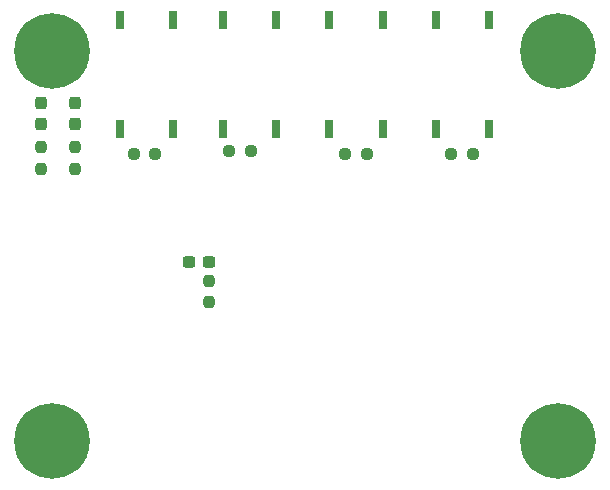
<source format=gbs>
%TF.GenerationSoftware,KiCad,Pcbnew,(7.0.0)*%
%TF.CreationDate,2023-05-09T15:07:27+03:00*%
%TF.ProjectId,IoT_sulari,496f545f-7375-46c6-9172-692e6b696361,rev?*%
%TF.SameCoordinates,Original*%
%TF.FileFunction,Soldermask,Bot*%
%TF.FilePolarity,Negative*%
%FSLAX46Y46*%
G04 Gerber Fmt 4.6, Leading zero omitted, Abs format (unit mm)*
G04 Created by KiCad (PCBNEW (7.0.0)) date 2023-05-09 15:07:27*
%MOMM*%
%LPD*%
G01*
G04 APERTURE LIST*
G04 Aperture macros list*
%AMRoundRect*
0 Rectangle with rounded corners*
0 $1 Rounding radius*
0 $2 $3 $4 $5 $6 $7 $8 $9 X,Y pos of 4 corners*
0 Add a 4 corners polygon primitive as box body*
4,1,4,$2,$3,$4,$5,$6,$7,$8,$9,$2,$3,0*
0 Add four circle primitives for the rounded corners*
1,1,$1+$1,$2,$3*
1,1,$1+$1,$4,$5*
1,1,$1+$1,$6,$7*
1,1,$1+$1,$8,$9*
0 Add four rect primitives between the rounded corners*
20,1,$1+$1,$2,$3,$4,$5,0*
20,1,$1+$1,$4,$5,$6,$7,0*
20,1,$1+$1,$6,$7,$8,$9,0*
20,1,$1+$1,$8,$9,$2,$3,0*%
G04 Aperture macros list end*
%ADD10C,0.800000*%
%ADD11C,6.400000*%
%ADD12RoundRect,0.237500X-0.237500X0.250000X-0.237500X-0.250000X0.237500X-0.250000X0.237500X0.250000X0*%
%ADD13RoundRect,0.237500X-0.250000X-0.237500X0.250000X-0.237500X0.250000X0.237500X-0.250000X0.237500X0*%
%ADD14RoundRect,0.237500X0.250000X0.237500X-0.250000X0.237500X-0.250000X-0.237500X0.250000X-0.237500X0*%
%ADD15RoundRect,0.237500X0.237500X-0.287500X0.237500X0.287500X-0.237500X0.287500X-0.237500X-0.287500X0*%
%ADD16R,0.761200X1.512799*%
%ADD17RoundRect,0.237500X0.300000X0.237500X-0.300000X0.237500X-0.300000X-0.237500X0.300000X-0.237500X0*%
G04 APERTURE END LIST*
D10*
%TO.C,H4*%
X93800000Y-72000000D03*
X94502944Y-70302944D03*
X94502944Y-73697056D03*
X96200000Y-69600000D03*
D11*
X96200000Y-72000000D03*
D10*
X96200000Y-74400000D03*
X97897056Y-70302944D03*
X97897056Y-73697056D03*
X98600000Y-72000000D03*
%TD*%
%TO.C,H1*%
X93800000Y-39000000D03*
X94502944Y-37302944D03*
X94502944Y-40697056D03*
X96200000Y-36600000D03*
D11*
X96200000Y-39000000D03*
D10*
X96200000Y-41400000D03*
X97897056Y-37302944D03*
X97897056Y-40697056D03*
X98600000Y-39000000D03*
%TD*%
%TO.C,H2*%
X136600000Y-39000000D03*
X137302944Y-37302944D03*
X137302944Y-40697056D03*
X139000000Y-36600000D03*
D11*
X139000000Y-39000000D03*
D10*
X139000000Y-41400000D03*
X140697056Y-37302944D03*
X140697056Y-40697056D03*
X141400000Y-39000000D03*
%TD*%
%TO.C,H3*%
X136600000Y-72000000D03*
X137302944Y-70302944D03*
X137302944Y-73697056D03*
X139000000Y-69600000D03*
D11*
X139000000Y-72000000D03*
D10*
X139000000Y-74400000D03*
X140697056Y-70302944D03*
X140697056Y-73697056D03*
X141400000Y-72000000D03*
%TD*%
D12*
%TO.C,R2*%
X109500000Y-58487500D03*
X109500000Y-60312500D03*
%TD*%
D13*
%TO.C,R8*%
X103087500Y-47700000D03*
X104912500Y-47700000D03*
%TD*%
D14*
%TO.C,R7*%
X113000000Y-47500000D03*
X111175000Y-47500000D03*
%TD*%
D15*
%TO.C,D1*%
X98100000Y-45175000D03*
X98100000Y-43425000D03*
%TD*%
D16*
%TO.C,SW2*%
X133154758Y-36402599D03*
X128654756Y-36402599D03*
X128654756Y-45597399D03*
X133154758Y-45597399D03*
%TD*%
D17*
%TO.C,C10*%
X109462500Y-56900000D03*
X107737500Y-56900000D03*
%TD*%
D16*
%TO.C,SW3*%
X124154758Y-36402599D03*
X119654756Y-36402599D03*
X119654756Y-45597399D03*
X124154758Y-45597399D03*
%TD*%
D13*
%TO.C,R5*%
X129987500Y-47700000D03*
X131812500Y-47700000D03*
%TD*%
%TO.C,R6*%
X120992258Y-47700000D03*
X122817258Y-47700000D03*
%TD*%
D16*
%TO.C,SW5*%
X106402258Y-36402599D03*
X101902256Y-36402599D03*
X101902256Y-45597399D03*
X106402258Y-45597399D03*
%TD*%
%TO.C,SW4*%
X115154758Y-36402599D03*
X110654756Y-36402599D03*
X110654756Y-45597399D03*
X115154758Y-45597399D03*
%TD*%
D15*
%TO.C,D2*%
X95200000Y-45175000D03*
X95200000Y-43425000D03*
%TD*%
D12*
%TO.C,R3*%
X98125000Y-47187500D03*
X98125000Y-49012500D03*
%TD*%
%TO.C,R4*%
X95210000Y-47170000D03*
X95210000Y-48995000D03*
%TD*%
M02*

</source>
